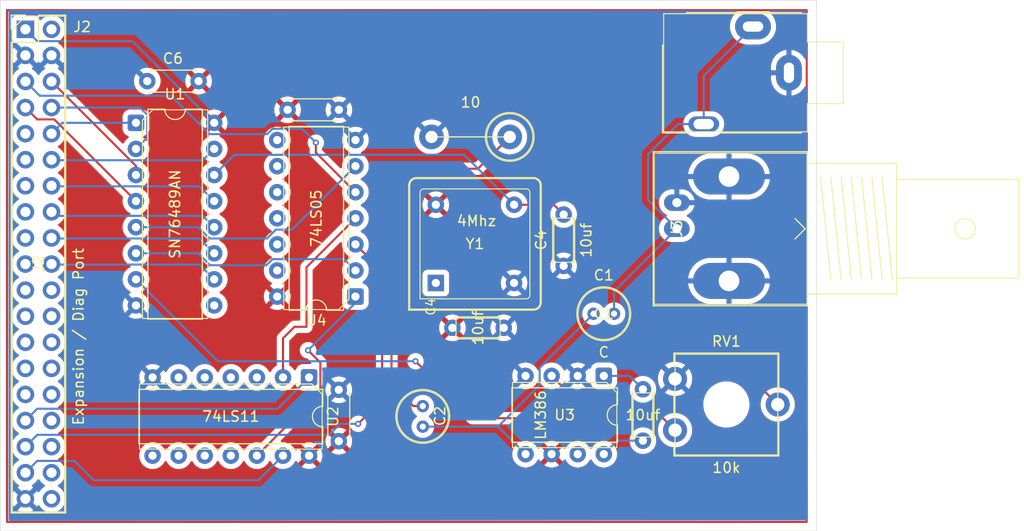
<source format=kicad_pcb>
(kicad_pcb (version 20241229) (generator "pcbnew") (generator_version "9.0")
  (layers (0 "F.Cu" signal) (2 "B.Cu" signal) (13 "F.Paste" user) (15 "B.Paste" user) (5 "F.SilkS" user "F.Silkscreen") (7 "B.SilkS" user "B.Silkscreen") (1 "F.Mask" user) (3 "B.Mask" user) (25 "Edge.Cuts" user))
  (net 0 "")
  (net 1 "Net-(J3-In)")
  (net 2 "Net-(C1-Pad1)")
  (net 3 "Net-(C2-Pad2)")
  (net 4 "Net-(C3-Pad2)")
  (net 5 "Net-(C3-Pad1)")
  (net 6 "Net-(U1-CLOCK)")
  (net 7 "GND")
  (net 8 "VCC")
  (net 9 "A0")
  (net 11 "IRQ")
  (net 12 "D7")
  (net 13 "D5")
  (net 14 "A13")
  (net 15 "A5")
  (net 16 "A10")
  (net 17 "Reset")
  (net 18 "PA4")
  (net 19 "D2")
  (net 20 "A6")
  (net 21 "A14")
  (net 22 "clock")
  (net 23 "RW")
  (net 24 "D4")
  (net 25 "A8")
  (net 26 "A11")
  (net 28 "D0")
  (net 29 "A15")
  (net 30 "PA5")
  (net 31 "A9")
  (net 32 "3.3v")
  (net 33 "A4")
  (net 34 "PA6")
  (net 35 "A3")
  (net 36 "D1")
  (net 37 "A2")
  (net 38 "D6")
  (net 39 "A12")
  (net 40 "D3")
  (net 41 "A1")
  (net 42 "A7")
  (net 43 "Net-(U1-AUDIO_OUT)")
  (net 44 "Net-(U3-+)")
  (net 45 "Net-(U1-~{CE})")
  (net 47 "Net-(U1-~{WE})")
  (net 54 "Net-(U2-Pad2)")
  (net 55 "Net-(U2-Pad12)")
  (footprint "Package_DIP:DIP-8_W7.62mm" (layer "F.Cu") (at 183.3372 94.239 -90)
    (property "Reference" "U3" (hide yes))
    (property "Value" "LM386" (at 3.805 6.1468 90) (layer "F.SilkS"))
    (fp_line (start 1.16 8.95) (end 6.46 8.95) (stroke (width 0.12)) (layer "F.SilkS"))
    (fp_line (start 6.46 8.95) (end 6.46 -1.33) (stroke (width 0.12)) (layer "F.SilkS"))
    (fp_line (start 0.635 8.89) (end 0.635 -0.27) (stroke (width 0.1)) (layer "F.SilkS"))
    (fp_line (start 6.985 8.89) (end 0.635 8.89) (stroke (width 0.1)) (layer "F.SilkS"))
    (fp_line (start 0.635 -0.27) (end 1.635 -1.27) (stroke (width 0.1)) (layer "F.SilkS"))
    (fp_line (start 1.635 -1.27) (end 6.985 -1.27) (stroke (width 0.1)) (layer "F.SilkS"))
    (fp_line (start 6.985 -1.27) (end 6.985 8.89) (stroke (width 0.1)) (layer "F.SilkS"))
    (fp_line (start 1.16 -1.33) (end 1.16 8.95) (stroke (width 0.12)) (layer "F.SilkS"))
    (fp_line (start 2.81 -1.33) (end 1.16 -1.33) (stroke (width 0.12)) (layer "F.SilkS"))
    (fp_line (start 6.46 -1.33) (end 4.81 -1.33) (stroke (width 0.12)) (layer "F.SilkS"))
    (fp_arc (start 4.81 -1.33) (mid 3.81 -0.33) (end 2.81 -1.33) (stroke (width 0.12)) (layer "F.SilkS"))
    (fp_text user "${REFERENCE}" (at 3.81 3.81 0) (layer "F.SilkS"))
    (pad "1" thru_hole roundrect (at 0 0 270) (size 1.6 1.6) (drill 0.8) (layers "*.Cu" "*.Mask") (roundrect_rratio 0.15625) (net 5 "Net-(C3-Pad1)"))
    (pad "2" thru_hole circle (at 0 2.54 270) (size 1.6 1.6) (drill 0.8) (layers "*.Cu" "*.Mask") (net 7 "GND"))
    (pad "3" thru_hole circle (at 0 5.08 270) (size 1.6 1.6) (drill 0.8) (layers "*.Cu" "*.Mask") (net 44 "Net-(U3-+)"))
    (pad "4" thru_hole circle (at 0 7.62 270) (size 1.6 1.6) (drill 0.8) (layers "*.Cu" "*.Mask") (net 7 "GND"))
    (pad "5" thru_hole circle (at 7.62 7.62 270) (size 1.6 1.6) (drill 0.8) (layers "*.Cu" "*.Mask") (net 2 "Net-(C1-Pad1)"))
    (pad "6" thru_hole circle (at 7.62 5.08 270) (size 1.6 1.6) (drill 0.8) (layers "*.Cu" "*.Mask") (net 8 "VCC"))
    (pad "7" thru_hole circle (at 7.62 2.54 270) (size 1.6 1.6) (drill 0.8) (layers "*.Cu" "*.Mask"))
    (pad "8" thru_hole circle (at 7.62 0 270) (size 1.6 1.6) (drill 0.8) (layers "*.Cu" "*.Mask") (net 4 "Net-(C3-Pad2)"))
  )
  (footprint "Oscillator:Oscillator_DIP-8" (layer "F.Cu") (at 166.9796 85.1916)
    (property "Reference" "Y1" (hide yes))
    (property "Value" "4Mhz" (at 3.9624 -6.0452 0) (layer "F.SilkS"))
    (fp_line (start -2.64 -9.51) (end -2.64 2.64) (stroke (width 0.12)) (layer "F.SilkS"))
    (fp_line (start -2.64 2.64) (end 9.51 2.64) (stroke (width 0.12)) (layer "F.SilkS"))
    (fp_line (start -2.54 2.54) (end -2.54 -9.51) (stroke (width 0.1)) (layer "F.SilkS"))
    (fp_line (start -2.54 2.54) (end 9.51 2.54) (stroke (width 0.1)) (layer "F.SilkS"))
    (fp_line (start -1.89 -10.16) (end 9.51 -10.16) (stroke (width 0.1)) (layer "F.SilkS"))
    (fp_line (start -1.54 1.54) (end -1.54 -8.81) (stroke (width 0.1)) (layer "F.SilkS"))
    (fp_line (start -1.54 1.54) (end 8.81 1.54) (stroke (width 0.1)) (layer "F.SilkS"))
    (fp_line (start -1.19 -9.16) (end 8.81 -9.16) (stroke (width 0.1)) (layer "F.SilkS"))
    (fp_line (start 9.16 1.19) (end 9.16 -8.81) (stroke (width 0.1)) (layer "F.SilkS"))
    (fp_line (start 9.51 -10.26) (end -1.89 -10.26) (stroke (width 0.12)) (layer "F.SilkS"))
    (fp_line (start 10.16 -9.51) (end 10.16 1.89) (stroke (width 0.1)) (layer "F.SilkS"))
    (fp_line (start 10.26 1.89) (end 10.26 -9.51) (stroke (width 0.12)) (layer "F.SilkS"))
    (fp_arc (start -2.64 -9.51) (mid -2.42033 -10.04033) (end -1.89 -10.26) (stroke (width 0.12)) (layer "F.SilkS"))
    (fp_arc (start -2.54 -9.51) (mid -2.349619 -9.969619) (end -1.89 -10.16) (stroke (width 0.1)) (layer "F.SilkS"))
    (fp_arc (start -1.54 -8.81) (mid -1.437487 -9.057487) (end -1.19 -9.16) (stroke (width 0.1)) (layer "F.SilkS"))
    (fp_arc (start 8.81 -9.16) (mid 9.057487 -9.057487) (end 9.16 -8.81) (stroke (width 0.1)) (layer "F.SilkS"))
    (fp_arc (start 9.16 1.19) (mid 9.057487 1.437487) (end 8.81 1.54) (stroke (width 0.1)) (layer "F.SilkS"))
    (fp_arc (start 9.51 -10.26) (mid 10.04033 -10.04033) (end 10.26 -9.51) (stroke (width 0.12)) (layer "F.SilkS"))
    (fp_arc (start 9.51 -10.16) (mid 9.969619 -9.969619) (end 10.16 -9.51) (stroke (width 0.1)) (layer "F.SilkS"))
    (fp_arc (start 10.16 1.89) (mid 9.969619 2.349619) (end 9.51 2.54) (stroke (width 0.1)) (layer "F.SilkS"))
    (fp_arc (start 10.26 1.89) (mid 10.04033 2.42033) (end 9.51 2.64) (stroke (width 0.12)) (layer "F.SilkS"))
    (fp_text user "${REFERENCE}" (at 3.81 -3.81 0) (layer "F.SilkS"))
    (pad "1" thru_hole rect (at 0 0) (size 1.6 1.6) (drill 0.8) (layers "*.Cu" "*.Mask"))
    (pad "4" thru_hole circle (at 7.62 0) (size 1.6 1.6) (drill 0.8) (layers "*.Cu" "*.Mask") (net 7 "GND"))
    (pad "5" thru_hole circle (at 7.62 -7.62) (size 1.6 1.6) (drill 0.8) (layers "*.Cu" "*.Mask") (net 6 "Net-(U1-CLOCK)"))
    (pad "8" thru_hole circle (at 0 -7.62) (size 1.6 1.6) (drill 0.8) (layers "*.Cu" "*.Mask") (net 8 "VCC"))
  )
  (footprint "Capacitor_THT:C_Disc_D4.3mm_W1.9mm_P5.00mm" (layer "F.Cu") (at 187.1472 95.544 -90)
    (property "Reference" "C3" (hide yes))
    (property "Value" "10uf" (at 2.5 0 180) (layer "F.SilkS"))
    (fp_line (start 0.23 1.07) (end 4.77 1.07) (stroke (width 0.12)) (layer "F.SilkS"))
    (fp_line (start 0.23 1.014) (end 0.23 1.07) (stroke (width 0.12)) (layer "F.SilkS"))
    (fp_line (start 4.77 1.014) (end 4.77 1.07) (stroke (width 0.12)) (layer "F.SilkS"))
    (fp_line (start 0.23 -1.07) (end 4.77 -1.07) (stroke (width 0.12)) (layer "F.SilkS"))
    (fp_rect (start 0.35 -0.95) (end 4.65 0.95) (stroke (width 0.1)) (fill no) (layer "F.SilkS"))
    (pad "1" thru_hole circle (at 0 0 270) (size 1.6 1.6) (drill 0.8) (layers "*.Cu" "*.Mask") (net 5 "Net-(C3-Pad1)"))
    (pad "2" thru_hole circle (at 5 0 270) (size 1.6 1.6) (drill 0.8) (layers "*.Cu" "*.Mask") (net 4 "Net-(C3-Pad2)"))
  )
  (footprint "Capacitor_THT:C_Radial_D5.0mm_H5.0mm_P2.00mm" (layer "F.Cu") (at 165.7096 99.1804 90)
    (property "Reference" "C2" (hide yes))
    (property "Value" "C" (hide yes))
    (fp_circle (center 1 0) (end 3.62 0) (stroke (width 0.12)) (fill no) (layer "F.SilkS"))
    (fp_circle (center 1 0) (end 3.5 0) (stroke (width 0.1)) (fill no) (layer "F.SilkS"))
    (fp_text user "${REFERENCE}" (at 1.0348 1.6764 90) (layer "F.SilkS"))
    (pad "1" thru_hole circle (at 0 0 90) (size 1.2 1.2) (drill 0.6) (layers "*.Cu" "*.Mask") (net 2 "Net-(C1-Pad1)"))
    (pad "2" thru_hole circle (at 2 0 90) (size 1.2 1.2) (drill 0.6) (layers "*.Cu" "*.Mask") (net 3 "Net-(C2-Pad2)"))
  )
  (footprint "Resistor_THT:R_Axial_DIN0414_L11.9mm_D4.5mm_P7.62mm_Vertical" (layer "F.Cu") (at 174.1762 70.9676 180)
    (property "Reference" "R1" (hide yes))
    (property "Value" "10" (at 3.81 3.37 0) (layer "F.SilkS"))
    (fp_line (start 2.37 0) (end 6.12 0) (stroke (width 0.12)) (layer "F.SilkS"))
    (fp_line (start 0 0) (end 7.62 0) (stroke (width 0.1)) (layer "F.SilkS"))
    (fp_circle (center 0 0) (end 2.37 0) (stroke (width 0.12)) (fill no) (layer "F.SilkS"))
    (fp_circle (center 0 0) (end 2.25 0) (stroke (width 0.1)) (fill no) (layer "F.SilkS"))
    (pad "1" thru_hole circle (at 0 0 180) (size 2.4 2.4) (drill 1.2) (layers "*.Cu" "*.Mask") (net 3 "Net-(C2-Pad2)"))
    (pad "2" thru_hole circle (at 7.62 0 180) (size 2.4 2.4) (drill 1.2) (layers "*.Cu" "*.Mask") (net 7 "GND"))
  )
  (footprint "Capacitor_THT:C_Radial_D5.0mm_H5.0mm_P2.00mm" (layer "F.Cu") (at 182.3372 88.1888)
    (property "Reference" "C1" (at 1 -3.75 0) (layer "F.SilkS"))
    (property "Value" "C" (at 1 3.75 0) (layer "F.SilkS"))
    (fp_circle (center 1 0) (end 3.5 0) (stroke (width 0.1)) (fill no) (layer "F.SilkS"))
    (fp_circle (center 1 0) (end 3.62 0) (stroke (width 0.12)) (fill no) (layer "F.SilkS"))
    (fp_text user "${REFERENCE}" (at 1 0 0) (layer "F.SilkS"))
    (pad "1" thru_hole circle (at 0 0) (size 1.2 1.2) (drill 0.6) (layers "*.Cu" "*.Mask") (net 2 "Net-(C1-Pad1)"))
    (pad "2" thru_hole circle (at 2 0) (size 1.2 1.2) (drill 0.6) (layers "*.Cu" "*.Mask") (net 1 "Net-(J3-In)"))
  )
  (footprint "Package_DIP:DIP-14_W7.62mm" (layer "F.Cu") (at 154.6352 94.3864 -90)
    (property "Reference" "U2" (at 3.81 -2.33 90) (layer "F.SilkS"))
    (property "Value" "74LS11" (at 3.805 7.62 180) (layer "F.SilkS"))
    (fp_line (start 1.16 16.57) (end 6.46 16.57) (stroke (width 0.12)) (layer "F.SilkS"))
    (fp_line (start 6.46 16.57) (end 6.46 -1.33) (stroke (width 0.12)) (layer "F.SilkS"))
    (fp_line (start 0.635 16.51) (end 0.635 -0.27) (stroke (width 0.1)) (layer "F.SilkS"))
    (fp_line (start 6.985 16.51) (end 0.635 16.51) (stroke (width 0.1)) (layer "F.SilkS"))
    (fp_line (start 0.635 -0.27) (end 1.635 -1.27) (stroke (width 0.1)) (layer "F.SilkS"))
    (fp_line (start 1.635 -1.27) (end 6.985 -1.27) (stroke (width 0.1)) (layer "F.SilkS"))
    (fp_line (start 6.985 -1.27) (end 6.985 16.51) (stroke (width 0.1)) (layer "F.SilkS"))
    (fp_line (start 1.16 -1.33) (end 1.16 16.57) (stroke (width 0.12)) (layer "F.SilkS"))
    (fp_line (start 2.81 -1.33) (end 1.16 -1.33) (stroke (width 0.12)) (layer "F.SilkS"))
    (fp_line (start 6.46 -1.33) (end 4.81 -1.33) (stroke (width 0.12)) (layer "F.SilkS"))
    (fp_arc (start 4.81 -1.33) (mid 3.81 -0.33) (end 2.81 -1.33) (stroke (width 0.12)) (layer "F.SilkS"))
    (pad "1" thru_hole roundrect (at 0 0 270) (size 1.6 1.6) (drill 0.8) (layers "*.Cu" "*.Mask") (roundrect_rratio 0.15625) (net 14 "A13"))
    (pad "2" thru_hole circle (at 0 2.54 270) (size 1.6 1.6) (drill 0.8) (layers "*.Cu" "*.Mask") (net 54 "Net-(U2-Pad2)"))
    (pad "3" thru_hole circle (at 0 5.08 270) (size 1.6 1.6) (drill 0.8) (layers "*.Cu" "*.Mask"))
    (pad "4" thru_hole circle (at 0 7.62 270) (size 1.6 1.6) (drill 0.8) (layers "*.Cu" "*.Mask"))
    (pad "5" thru_hole circle (at 0 10.16 270) (size 1.6 1.6) (drill 0.8) (layers "*.Cu" "*.Mask"))
    (pad "6" thru_hole circle (at 0 12.7 270) (size 1.6 1.6) (drill 0.8) (layers "*.Cu" "*.Mask"))
    (pad "7" thru_hole circle (at 0 15.24 270) (size 1.6 1.6) (drill 0.8) (layers "*.Cu" "*.Mask") (net 7 "GND"))
    (pad "8" thru_hole circle (at 7.62 15.24 270) (size 1.6 1.6) (drill 0.8) (layers "*.Cu" "*.Mask"))
    (pad "9" thru_hole circle (at 7.62 12.7 270) (size 1.6 1.6) (drill 0.8) (layers "*.Cu" "*.Mask"))
    (pad "10" thru_hole circle (at 7.62 10.16 270) (size 1.6 1.6) (drill 0.8) (layers "*.Cu" "*.Mask"))
    (pad "11" thru_hole circle (at 7.62 7.62 270) (size 1.6 1.6) (drill 0.8) (layers "*.Cu" "*.Mask"))
    (pad "12" thru_hole circle (at 7.62 5.08 270) (size 1.6 1.6) (drill 0.8) (layers "*.Cu" "*.Mask") (net 55 "Net-(U2-Pad12)"))
    (pad "13" thru_hole circle (at 7.62 2.54 270) (size 1.6 1.6) (drill 0.8) (layers "*.Cu" "*.Mask") (net 29 "A15"))
    (pad "14" thru_hole circle (at 7.62 0 270) (size 1.6 1.6) (drill 0.8) (layers "*.Cu" "*.Mask") (net 8 "VCC"))
  )
  (footprint "Package_DIP:DIP-14_W7.62mm" (layer "F.Cu") (at 159.1514 86.5124 180)
    (property "Reference" "U4" (at 3.81 -2.33 0) (layer "F.SilkS"))
    (property "Value" "74LS05" (at 3.805 7.62 90) (layer "F.SilkS"))
    (fp_line (start 6.985 16.51) (end 0.635 16.51) (stroke (width 0.1)) (layer "F.SilkS"))
    (fp_line (start 6.985 -1.27) (end 6.985 16.51) (stroke (width 0.1)) (layer "F.SilkS"))
    (fp_line (start 6.46 16.57) (end 6.46 -1.33) (stroke (width 0.12)) (layer "F.SilkS"))
    (fp_line (start 6.46 -1.33) (end 4.81 -1.33) (stroke (width 0.12)) (layer "F.SilkS"))
    (fp_line (start 2.81 -1.33) (end 1.16 -1.33) (stroke (width 0.12)) (layer "F.SilkS"))
    (fp_line (start 1.635 -1.27) (end 6.985 -1.27) (stroke (width 0.1)) (layer "F.SilkS"))
    (fp_line (start 1.16 16.57) (end 6.46 16.57) (stroke (width 0.12)) (layer "F.SilkS"))
    (fp_line (start 1.16 -1.33) (end 1.16 16.57) (stroke (width 0.12)) (layer "F.SilkS"))
    (fp_line (start 0.635 16.51) (end 0.635 -0.27) (stroke (width 0.1)) (layer "F.SilkS"))
    (fp_line (start 0.635 -0.27) (end 1.635 -1.27) (stroke (width 0.1)) (layer "F.SilkS"))
    (fp_arc (start 4.81 -1.33) (mid 3.81 -0.33) (end 2.81 -1.33) (stroke (width 0.12)) (layer "F.SilkS"))
    (pad "1" thru_hole roundrect (at 0 0 180) (size 1.6 1.6) (drill 0.8) (layers "*.Cu" "*.Mask") (roundrect_rratio 0.15625) (net 55 "Net-(U2-Pad12)"))
    (pad "2" thru_hole circle (at 0 2.54 180) (size 1.6 1.6) (drill 0.8) (layers "*.Cu" "*.Mask") (net 45 "Net-(U1-~{CE})"))
    (pad "3" thru_hole circle (at 0 5.08 180) (size 1.6 1.6) (drill 0.8) (layers "*.Cu" "*.Mask") (net 21 "A14"))
    (pad "4" thru_hole circle (at 0 7.62 180) (size 1.6 1.6) (drill 0.8) (layers "*.Cu" "*.Mask") (net 54 "Net-(U2-Pad2)"))
    (pad "5" thru_hole circle (at 0 10.16 180) (size 1.6 1.6) (drill 0.8) (layers "*.Cu" "*.Mask") (net 9 "A0"))
    (pad "6" thru_hole circle (at 0 12.7 180) (size 1.6 1.6) (drill 0.8) (layers "*.Cu" "*.Mask") (net 47 "Net-(U1-~{WE})"))
    (pad "7" thru_hole circle (at 0 15.24 180) (size 1.6 1.6) (drill 0.8) (layers "*.Cu" "*.Mask") (net 7 "GND"))
    (pad "8" thru_hole circle (at 7.62 15.24 180) (size 1.6 1.6) (drill 0.8) (layers "*.Cu" "*.Mask"))
    (pad "9" thru_hole circle (at 7.62 12.7 180) (size 1.6 1.6) (drill 0.8) (layers "*.Cu" "*.Mask"))
    (pad "10" thru_hole circle (at 7.62 10.16 180) (size 1.6 1.6) (drill 0.8) (layers "*.Cu" "*.Mask"))
    (pad "11" thru_hole circle (at 7.62 7.62 180) (size 1.6 1.6) (drill 0.8) (layers "*.Cu" "*.Mask"))
    (pad "12" thru_hole circle (at 7.62 5.08 180) (size 1.6 1.6) (drill 0.8) (layers "*.Cu" "*.Mask"))
    (pad "13" thru_hole circle (at 7.62 2.54 180) (size 1.6 1.6) (drill 0.8) (layers "*.Cu" "*.Mask"))
    (pad "14" thru_hole circle (at 7.62 0 180) (size 1.6 1.6) (drill 0.8) (layers "*.Cu" "*.Mask") (net 8 "VCC"))
  )
  (footprint "Package_DIP:DIP-16_W7.62mm" (layer "F.Cu") (at 137.7746 69.596)
    (property "Reference" "U1" (hide yes))
    (property "Value" "SN76489AN" (at 3.805 8.89 90) (layer "F.SilkS"))
    (fp_line (start 0.635 -0.27) (end 1.635 -1.27) (stroke (width 0.1)) (layer "F.SilkS"))
    (fp_line (start 0.635 19.05) (end 0.635 -0.27) (stroke (width 0.1)) (layer "F.SilkS"))
    (fp_line (start 1.16 -1.33) (end 1.16 19.11) (stroke (width 0.12)) (layer "F.SilkS"))
    (fp_line (start 1.16 19.11) (end 6.46 19.11) (stroke (width 0.12)) (layer "F.SilkS"))
    (fp_line (start 1.635 -1.27) (end 6.985 -1.27) (stroke (width 0.1)) (layer "F.SilkS"))
    (fp_line (start 2.81 -1.33) (end 1.16 -1.33) (stroke (width 0.12)) (layer "F.SilkS"))
    (fp_line (start 6.46 -1.33) (end 4.81 -1.33) (stroke (width 0.12)) (layer "F.SilkS"))
    (fp_line (start 6.46 19.11) (end 6.46 -1.33) (stroke (width 0.12)) (layer "F.SilkS"))
    (fp_line (start 6.985 -1.27) (end 6.985 19.05) (stroke (width 0.1)) (layer "F.SilkS"))
    (fp_line (start 6.985 19.05) (end 0.635 19.05) (stroke (width 0.1)) (layer "F.SilkS"))
    (fp_arc (start 4.81 -1.33) (mid 3.81 -0.33) (end 2.81 -1.33) (stroke (width 0.12)) (layer "F.SilkS"))
    (fp_text user "${REFERENCE}" (at 3.805 -2.794 180) (layer "F.SilkS"))
    (pad "1" thru_hole roundrect (at 0 0) (size 1.6 1.6) (drill 0.8) (layers "*.Cu" "*.Mask") (roundrect_rratio 0.15625) (net 19 "D2"))
    (pad "2" thru_hole circle (at 0 2.54) (size 1.6 1.6) (drill 0.8) (layers "*.Cu" "*.Mask") (net 36 "D1"))
    (pad "3" thru_hole circle (at 0 5.08) (size 1.6 1.6) (drill 0.8) (layers "*.Cu" "*.Mask") (net 28 "D0"))
    (pad "4" thru_hole circle (at 0 7.62) (size 1.6 1.6) (drill 0.8) (layers "*.Cu" "*.Mask") (net 41 "A1"))
    (pad "5" thru_hole circle (at 0 10.16) (size 1.6 1.6) (drill 0.8) (layers "*.Cu" "*.Mask") (net 47 "Net-(U1-~{WE})"))
    (pad "6" thru_hole circle (at 0 12.7) (size 1.6 1.6) (drill 0.8) (layers "*.Cu" "*.Mask") (net 45 "Net-(U1-~{CE})"))
    (pad "7" thru_hole circle (at 0 15.24) (size 1.6 1.6) (drill 0.8) (layers "*.Cu" "*.Mask") (net 43 "Net-(U1-AUDIO_OUT)"))
    (pad "8" thru_hole circle (at 0 17.78) (size 1.6 1.6) (drill 0.8) (layers "*.Cu" "*.Mask") (net 7 "GND"))
    (pad "9" thru_hole circle (at 7.62 17.78) (size 1.6 1.6) (drill 0.8) (layers "*.Cu" "*.Mask"))
    (pad "10" thru_hole circle (at 7.62 15.24) (size 1.6 1.6) (drill 0.8) (layers "*.Cu" "*.Mask") (net 12 "D7"))
    (pad "11" thru_hole circle (at 7.62 12.7) (size 1.6 1.6) (drill 0.8) (layers "*.Cu" "*.Mask") (net 38 "D6"))
    (pad "12" thru_hole circle (at 7.62 10.16) (size 1.6 1.6) (drill 0.8) (layers "*.Cu" "*.Mask") (net 13 "D5"))
    (pad "13" thru_hole circle (at 7.62 7.62) (size 1.6 1.6) (drill 0.8) (layers "*.Cu" "*.Mask") (net 24 "D4"))
    (pad "14" thru_hole circle (at 7.62 5.08) (size 1.6 1.6) (drill 0.8) (layers "*.Cu" "*.Mask") (net 6 "Net-(U1-CLOCK)"))
    (pad "15" thru_hole circle (at 7.62 2.54) (size 1.6 1.6) (drill 0.8) (layers "*.Cu" "*.Mask") (net 40 "D3"))
    (pad "16" thru_hole circle (at 7.62 0) (size 1.6 1.6) (drill 0.8) (layers "*.Cu" "*.Mask") (net 8 "VCC"))
  )
  (footprint "Connector_PinHeader_2.54mm:PinHeader_2x19_P2.54mm_Vertical" (layer "F.Cu") (at 127.0128 60.4876)
    (property "Reference" "J2" (at 5.5244 -0.2388 0) (layer "F.SilkS"))
    (property "Value" "Expansion / Diag Port" (at 5.1688 29.9364 90) (layer "F.SilkS"))
    (fp_line (start -1.38 -1.38) (end 0 -1.38) (stroke (width 0.12)) (layer "F.SilkS"))
    (fp_line (start -1.38 0) (end -1.38 -1.38) (stroke (width 0.12)) (layer "F.SilkS"))
    (fp_line (start -1.38 1.27) (end -1.38 47.1) (stroke (width 0.12)) (layer "F.SilkS"))
    (fp_line (start -1.38 1.27) (end 1.27 1.27) (stroke (width 0.12)) (layer "F.SilkS"))
    (fp_line (start -1.38 47.1) (end 3.92 47.1) (stroke (width 0.12)) (layer "F.SilkS"))
    (fp_line (start -1.27 0) (end 0 -1.27) (stroke (width 0.1)) (layer "F.SilkS"))
    (fp_line (start -1.27 46.99) (end -1.27 0) (stroke (width 0.1)) (layer "F.SilkS"))
    (fp_line (start 0 -1.27) (end 3.81 -1.27) (stroke (width 0.1)) (layer "F.SilkS"))
    (fp_line (start 1.27 -1.38) (end 3.92 -1.38) (stroke (width 0.12)) (layer "F.SilkS"))
    (fp_line (start 1.27 1.27) (end 1.27 -1.38) (stroke (width 0.12)) (layer "F.SilkS"))
    (fp_line (start 3.81 -1.27) (end 3.81 46.99) (stroke (width 0.1)) (layer "F.SilkS"))
    (fp_line (start 3.81 46.99) (end -1.27 46.99) (stroke (width 0.1)) (layer "F.SilkS"))
    (fp_line (start 3.92 -1.38) (end 3.92 47.1) (stroke (width 0.12)) (layer "F.SilkS"))
    (fp_text user "${REFERENCE}" (at 1.27 22.86 90) (layer "F.SilkS"))
    (pad "1" thru_hole rect (at 0 0) (size 1.7 1.7) (drill 1) (layers "*.Cu" "*.Mask") (net 8 "VCC"))
    (pad "2" thru_hole circle (at 2.54 0) (size 1.7 1.7) (drill 1) (layers "*.Cu" "*.Mask") (net 32 "3.3v"))
    (pad "3" thru_hole circle (at 0 2.54) (size 1.7 1.7) (drill 1) (layers "*.Cu" "*.Mask") (net 7 "GND"))
    (pad "4" thru_hole circle (at 2.54 2.54) (size 1.7 1.7) (drill 1) (layers "*.Cu" "*.Mask") (net 7 "GND"))
    (pad "5" thru_hole circle (at 0 5.08) (size 1.7 1.7) (drill 1) (layers "*.Cu" "*.Mask") (net 9 "A0"))
    (pad "6" thru_hole circle (at 2.54 5.08) (size 1.7 1.7) (drill 1) (layers "*.Cu" "*.Mask") (net 28 "D0"))
    (pad "7" thru_hole circle (at 0 7.62) (size 1.7 1.7) (drill 1) (layers "*.Cu" "*.Mask") (net 41 "A1"))
    (pad "8" thru_hole circle (at 2.54 7.62) (size 1.7 1.7) (drill 1) (layers "*.Cu" "*.Mask") (net 36 "D1"))
    (pad "9" thru_hole circle (at 0 10.16) (size 1.7 1.7) (drill 1) (layers "*.Cu" "*.Mask") (net 37 "A2"))
    (pad "10" thru_hole circle (at 2.54 10.16) (size 1.7 1.7) (drill 1) (layers "*.Cu" "*.Mask") (net 19 "D2"))
    (pad "11" thru_hole circle (at 0 12.7) (size 1.7 1.7) (drill 1) (layers "*.Cu" "*.Mask") (net 35 "A3"))
    (pad "12" thru_hole circle (at 2.54 12.7) (size 1.7 1.7) (drill 1) (layers "*.Cu" "*.Mask") (net 40 "D3"))
    (pad "13" thru_hole circle (at 0 15.24) (size 1.7 1.7) (drill 1) (layers "*.Cu" "*.Mask") (net 33 "A4"))
    (pad "14" thru_hole circle (at 2.54 15.24) (size 1.7 1.7) (drill 1) (layers "*.Cu" "*.Mask") (net 24 "D4"))
    (pad "15" thru_hole circle (at 0 17.78) (size 1.7 1.7) (drill 1) (layers "*.Cu" "*.Mask") (net 15 "A5"))
    (pad "16" thru_hole circle (at 2.54 17.78) (size 1.7 1.7) (drill 1) (layers "*.Cu" "*.Mask") (net 13 "D5"))
    (pad "17" thru_hole circle (at 0 20.32) (size 1.7 1.7) (drill 1) (layers "*.Cu" "*.Mask") (net 20 "A6"))
    (pad "18" thru_hole circle (at 2.54 20.32) (size 1.7 1.7) (drill 1) (layers "*.Cu" "*.Mask") (net 38 "D6"))
    (pad "19" thru_hole circle (at 0 22.86) (size 1.7 1.7) (drill 1) (layers "*.Cu" "*.Mask") (net 42 "A7"))
    (pad "20" thru_hole circle (at 2.54 22.86) (size 1.7 1.7) (drill 1) (layers "*.Cu" "*.Mask") (net 12 "D7"))
    (pad "21" thru_hole circle (at 0 25.4) (size 1.7 1.7) (drill 1) (layers "*.Cu" "*.Mask") (net 25 "A8"))
    (pad "22" thru_hole circle (at 2.54 25.4) (size 1.7 1.7) (drill 1) (layers "*.Cu" "*.Mask") (net 18 "PA4"))
    (pad "23" thru_hole circle (at 0 27.94) (size 1.7 1.7) (drill 1) (layers "*.Cu" "*.Mask") (net 31 "A9"))
    (pad "24" thru_hole circle (at 2.54 27.94) (size 1.7 1.7) (drill 1) (layers "*.Cu" "*.Mask") (net 30 "PA5"))
    (pad "25" thru_hole circle (at 0 30.48) (size 1.7 1.7) (drill 1) (layers "*.Cu" "*.Mask") (net 16 "A10"))
    (pad "26" thru_hole circle (at 2.54 30.48) (size 1.7 1.7) (drill 1) (layers "*.Cu" "*.Mask") (net 34 "PA6"))
    (pad "27" thru_hole circle (at 0 33.02) (size 1.7 1.7) (drill 1) (layers "*.Cu" "*.Mask") (net 26 "A11"))
    (pad "28" thru_hole circle (at 2.54 33.02) (size 1.7 1.7) (drill 1) (layers "*.Cu" "*.Mask") (net 17 "Reset"))
    (pad "29" thru_hole circle (at 0 35.56) (size 1.7 1.7) (drill 1) (layers "*.Cu" "*.Mask") (net 39 "A12"))
    (pad "30" thru_hole circle (at 2.54 35.56) (size 1.7 1.7) (drill 1) (layers "*.Cu" "*.Mask") (net 11 "IRQ"))
    (pad "31" thru_hole circle (at 0 38.1) (size 1.7 1.7) (drill 1) (layers "*.Cu" "*.Mask") (net 14 "A13"))
    (pad "32" thru_hole circle (at 2.54 38.1) (size 1.7 1.7) (drill 1) (layers "*.Cu" "*.Mask") (net 23 "RW"))
    (pad "33" thru_hole circle (at 0 40.64) (size 1.7 1.7) (drill 1) (layers "*.Cu" "*.Mask") (net 21 "A14"))
    (pad "34" thru_hole circle (at 2.54 40.64) (size 1.7 1.7) (drill 1) (layers "*.Cu" "*.Mask"))
    (pad "35" thru_hole circle (at 0 43.18) (size 1.7 1.7) (drill 1) (layers "*.Cu" "*.Mask") (net 29 "A15"))
    (pad "36" thru_hole circle (at 2.54 43.18) (size 1.7 1.7) (drill 1) (layers "*.Cu" "*.Mask") (net 22 "clock"))
    (pad "37" thru_hole circle (at 0 45.72) (size 1.7 1.7) (drill 1) (layers "*.Cu" "*.Mask") (net 7 "GND"))
    (pad "38" thru_hole circle (at 2.54 45.72) (size 1.7 1.7) (drill 1) (layers "*.Cu" "*.Mask"))
  )
  (footprint "Capacitor_THT:C_Disc_D4.3mm_W1.9mm_P5.00mm" (layer "F.Cu") (at 173.5944 89.5604 180)
    (property "Reference" "C5" (hide yes))
    (property "Value" "10uf" (at 2.5 0 90) (layer "F.SilkS"))
    (fp_line (start 4.77 1.014) (end 4.77 1.07) (stroke (width 0.12)) (layer "F.SilkS"))
    (fp_line (start 0.23 1.07) (end 4.77 1.07) (stroke (width 0.12)) (layer "F.SilkS"))
    (fp_line (start 0.23 1.014) (end 0.23 1.07) (stroke (width 0.12)) (layer "F.SilkS"))
    (fp_line (start 0.23 -1.07) (end 4.77 -1.07) (stroke (width 0.12)) (layer "F.SilkS"))
    (fp_rect (start 0.35 -0.95) (end 4.65 0.95) (stroke (width 0.1)) (fill no) (layer "F.SilkS"))
    (pad "1" thru_hole circle (at 0 0 180) (size 1.6 1.6) (drill 0.8) (layers "*.Cu" "*.Mask") (net 7 "GND"))
    (pad "2" thru_hole circle (at 5 0 180) (size 1.6 1.6) (drill 0.8) (layers "*.Cu" "*.Mask") (net 8 "VCC"))
  )
  (footprint "Capacitor_THT:C_Disc_D4.3mm_W1.9mm_P5.00mm" (layer "F.Cu") (at 157.5308 95.5948 -90)
    (property "Reference" "C7" (hide yes))
    (property "Value" "10uf" (hide yes))
    (fp_line (start 0.23 1.07) (end 4.77 1.07) (stroke (width 0.12)) (layer "F.SilkS"))
    (fp_line (start 0.23 1.014) (end 0.23 1.07) (stroke (width 0.12)) (layer "F.SilkS"))
    (fp_line (start 4.77 1.014) (end 4.77 1.07) (stroke (width 0.12)) (layer "F.SilkS"))
    (fp_line (start 0.23 -1.07) (end 4.77 -1.07) (stroke (width 0.12)) (layer "F.SilkS"))
    (pad "1" thru_hole circle (at 0 0 270) (size 1.6 1.6) (drill 0.8) (layers "*.Cu" "*.Mask") (net 7 "GND"))
    (pad "2" thru_hole circle (at 5 0 270) (size 1.6 1.6) (drill 0.8) (layers "*.Cu" "*.Mask") (net 8 "VCC"))
  )
  (footprint "Capacitor_THT:C_Disc_D4.3mm_W1.9mm_P5.00mm" (layer "F.Cu") (at 138.8764 65.532)
    (property "Reference" "C6" (at 2.5 -2.2 0) (layer "F.SilkS"))
    (property "Value" "10uf")
    (fp_line (start 0.23 -1.07) (end 4.77 -1.07) (stroke (width 0.12)) (layer "F.SilkS"))
    (fp_line (start 0.23 1.014) (end 0.23 1.07) (stroke (width 0.12)) (layer "F.SilkS"))
    (fp_line (start 0.23 1.07) (end 4.77 1.07) (stroke (width 0.12)) (layer "F.SilkS"))
    (fp_line (start 4.77 1.014) (end 4.77 1.07) (stroke (width 0.12)) (layer "F.SilkS"))
    (pad "1" thru_hole circle (at 0 0) (size 1.6 1.6) (drill 0.8) (layers "*.Cu" "*.Mask") (net 7 "GND"))
    (pad "2" thru_hole circle (at 5 0) (size 1.6 1.6) (drill 0.8) (layers "*.Cu" "*.Mask") (net 8 "VCC"))
  )
  (footprint "Connector_Audio:Jack_3.5mm_CUI_SJ1-3513N_Horizontal" (layer "F.Cu") (at 201.3668 64.7192 180)
    (property "Reference" "J1" (hide yes))
    (property "Value" "AudioJack3" (hide yes))
    (fp_line (start 12.31 -5.86) (end 12.31 2.7) (stroke (width 0.12)) (layer "F.SilkS"))
    (fp_line (start 12.31 -5.86) (end 9.8 -5.86) (stroke (width 0.12)) (layer "F.SilkS"))
    (fp_line (start 12.2 5.75) (end -1.8 5.75) (stroke (width 0.1)) (layer "F.SilkS"))
    (fp_line (start 12.2 -5.75) (end 12.2 5.75) (stroke (width 0.1)) (layer "F.SilkS"))
    (fp_line (start 12.2 -5.75) (end -1.8 -5.75) (stroke (width 0.1)) (layer "F.SilkS"))
    (fp_line (start 10 5.86) (end -1.2192 5.86) (stroke (width 0.12)) (layer "F.SilkS"))
    (fp_line (start 6.8 -5.86) (end -1.2192 -5.86) (stroke (width 0.12)) (layer "F.SilkS"))
    (fp_line (start -1.8 5.75) (end -1.8 3) (stroke (width 0.1)) (layer "F.SilkS"))
    (fp_line (start -1.8 3) (end -5.3 3) (stroke (width 0.1)) (layer "F.SilkS"))
    (fp_line (start -1.8 -3) (end -5.3 -3) (stroke (width 0.1)) (layer "F.SilkS"))
    (fp_line (start -1.8 -5.75) (end -1.8 -3) (stroke (width 0.1)) (layer "F.SilkS"))
    (fp_line (start -5.3 -3) (end -5.3 3) (stroke (width 0.1)) (layer "F.SilkS"))
    (pad "R" thru_hole oval (at 8.3 -5 180) (size 3 1.5) (drill oval 2 1) (layers "*.Cu" "*.Mask") (net 1 "Net-(J3-In)"))
    (pad "S" thru_hole oval (at 0 0 90) (size 3.5 2.5) (drill oval 2 1) (layers "*.Cu" "*.Mask") (net 7 "GND"))
    (pad "T" thru_hole oval (at 3.5 4.5 180) (size 3.5 2.5) (drill oval 2 1) (layers "*.Cu" "*.Mask") (net 1 "Net-(J3-In)"))
  )
  (footprint "Capacitor_THT:C_Disc_D4.3mm_W1.9mm_P5.00mm" (layer "F.Cu") (at 157.5416 68.326 180)
    (property "Reference" "C8" (hide yes))
    (property "Value" "10uf")
    (fp_line (start 4.77 1.014) (end 4.77 1.07) (stroke (width 0.12)) (layer "F.SilkS"))
    (fp_line (start 0.23 1.07) (end 4.77 1.07) (stroke (width 0.12)) (layer "F.SilkS"))
    (fp_line (start 0.23 1.014) (end 0.23 1.07) (stroke (width 0.12)) (layer "F.SilkS"))
    (fp_line (start 0.23 -1.07) (end 4.77 -1.07) (stroke (width 0.12)) (layer "F.SilkS"))
    (pad "1" thru_hole circle (at 0 0 180) (size 1.6 1.6) (drill 0.8) (layers "*.Cu" "*.Mask") (net 7 "GND"))
    (pad "2" thru_hole circle (at 5 0 180) (size 1.6 1.6) (drill 0.8) (layers "*.Cu" "*.Mask") (net 8 "VCC"))
  )
  (footprint "Potentiometer_THT:Potentiometer_ACP_CA9-V10_Vertical_Hole" (layer "F.Cu") (at 190.2752 99.528)
    (property "Reference" "RV1" (at 5 -8.65 0) (layer "F.SilkS"))
    (property "Value" "10k" (at 5 3.65 0) (layer "F.SilkS"))
    (fp_line (start -0.11 -7.51) (end -0.11 -6.396) (stroke (width 0.12)) (layer "F.SilkS"))
    (fp_line (start -0.11 -7.51) (end 10.11 -7.51) (stroke (width 0.12)) (layer "F.SilkS"))
    (fp_line (start -0.11 -3.604) (end -0.11 -1.396) (stroke (width 0.12)) (layer "F.SilkS"))
    (fp_line (start -0.11 1.396) (end -0.11 2.51) (stroke (width 0.12)) (layer "F.SilkS"))
    (fp_line (start -0.11 2.51) (end 10.11 2.51) (stroke (width 0.12)) (layer "F.SilkS"))
    (fp_line (start 10.11 -7.51) (end 10.11 -3.896) (stroke (width 0.12)) (layer "F.SilkS"))
    (fp_line (start 10.11 -1.104) (end 10.11 2.51) (stroke (width 0.12)) (layer "F.SilkS"))
    (fp_rect (start 0 -7.4) (end 10 2.4) (stroke (width 0.1)) (fill no) (layer "F.SilkS"))
    (pad "" np_thru_hole circle (at 5 -2.5) (size 4 4) (drill 4) (layers "*.Cu" "*.Mask"))
    (pad "1" thru_hole circle (at 0 0) (size 2.34 2.34) (drill 1.3) (layers "*.Cu" "*.Mask") (net 43 "Net-(U1-AUDIO_OUT)"))
    (pad "2" thru_hole circle (at 10 -2.5) (size 2.34 2.34) (drill 1.3) (layers "*.Cu" "*.Mask") (net 44 "Net-(U3-+)"))
    (pad "3" thru_hole circle (at 0 -5) (size 2.34 2.34) (drill 1.3) (layers "*.Cu" "*.Mask") (net 7 "GND"))
  )
  (footprint "Capacitor_THT:C_Disc_D4.3mm_W1.9mm_P5.00mm" (layer "F.Cu") (at 179.4256 83.526 90)
    (property "Reference" "C4" (at 2.5 -2.2 90) (layer "F.SilkS"))
    (property "Value" "10uf" (at 2.5 2.2 90) (layer "F.SilkS"))
    (fp_line (start 0.23 -1.07) (end 4.77 -1.07) (stroke (width 0.12)) (layer "F.SilkS"))
    (fp_line (start 4.77 1.014) (end 4.77 1.07) (stroke (width 0.12)) (layer "F.SilkS"))
    (fp_line (start 0.23 1.014) (end 0.23 1.07) (stroke (width 0.12)) (layer "F.SilkS"))
    (fp_line (start 0.23 1.07) (end 4.77 1.07) (stroke (width 0.12)) (layer "F.SilkS"))
    (fp_rect (start 0.35 -0.95) (end 4.65 0.95) (stroke (width 0.1)) (fill no) (layer "F.SilkS"))
    (fp_text user "${REFERENCE}" (at -4.0012 -12.9392 90) (layer "F.SilkS") (effects (font (size 0.86 0.86) (thickness 0.129))))
    (pad "1" thru_hole circle (at 0 0 90) (size 1.6 1.6) (drill 0.8) (layers "*.Cu" "*.Mask") (net 7 "GND"))
    (pad "2" thru_hole circle (at 5 0 90) (size 1.6 1.6) (drill 0.8) (layers "*.Cu" "*.Mask") (net 6 "Net-(U1-CLOCK)"))
  )
  (footprint "Connector_Coaxial:BNC_Amphenol_B6252HB-NPP3G-50_Horizontal" (layer "F.Cu") (at 190.4492 79.9084 -90)
    (property "Reference" "J3" (hide yes))
    (property "Value" "Conn_Coaxial" (hide yes))
    (fp_line (start -7.5 2.3) (end -7.5 -12.7) (stroke (width 0.12)) (layer "F.SilkS"))
    (fp_line (start 7.5 2.3) (end -7.5 2.3) (stroke (width 0.12)) (layer "F.SilkS"))
    (fp_line (start -7.35 2.2) (end 7.35 2.2) (stroke (width 0.1)) (layer "F.SilkS"))
    (fp_line (start 7.35 2.2) (end 7.35 -12.7) (stroke (width 0.1)) (layer "F.SilkS"))
    (fp_line (start 0 -12.5) (end -1 -11.5) (stroke (width 0.12)) (layer "F.SilkS"))
    (fp_line (start 0 -12.5) (end 1 -11.5) (stroke (width 0.12)) (layer "F.SilkS"))
    (fp_line (start -7.5 -12.7) (end 7.5 -12.7) (stroke (width 0.12)) (layer "F.SilkS"))
    (fp_line (start -7.35 -12.7) (end -7.35 2.2) (stroke (width 0.1)) (layer "F.SilkS"))
    (fp_line (start 6.35 -12.7) (end 6.35 -21.4) (stroke (width 0.1)) (layer "F.SilkS"))
    (fp_line (start 7.35 -12.7) (end -7.35 -12.7) (stroke (width 0.1)) (layer "F.SilkS"))
    (fp_line (start 7.5 -12.7) (end 7.5 2.3) (stroke (width 0.12)) (layer "F.SilkS"))
    (fp_line (start -5 -14) (end 5 -15) (stroke (width 0.1)) (layer "F.SilkS"))
    (fp_line (start -5 -15) (end 5 -16) (stroke (width 0.1)) (layer "F.SilkS"))
    (fp_line (start -5 -16) (end 5 -17) (stroke (width 0.1)) (layer "F.SilkS"))
    (fp_line (start -5 -17) (end 5 -18) (stroke (width 0.1)) (layer "F.SilkS"))
    (fp_line (start -5 -18) (end 5 -19) (stroke (width 0.1)) (layer "F.SilkS"))
    (fp_line (start -5 -19) (end 5 -20) (stroke (width 0.1)) (layer "F.SilkS"))
    (fp_line (start -5 -20) (end 5 -21) (stroke (width 0.1)) (layer "F.SilkS"))
    (fp_line (start -6.35 -21.4) (end -6.35 -12.7) (stroke (width 0.1)) (layer "F.SilkS"))
    (fp_line (start 4.8 -21.4) (end 4.8 -33.3) (stroke (width 0.1)) (layer "F.SilkS"))
    (fp_line (start 6.35 -21.4) (end -6.35 -21.4) (stroke (width 0.1)) (layer "F.SilkS"))
    (fp_line (start -4.8 -33.3) (end -4.8 -21.4) (stroke (width 0.1)) (layer "F.SilkS"))
    (fp_line (start 4.8 -33.3) (end -4.8 -33.3) (stroke (width 0.1)) (layer "F.SilkS"))
    (fp_circle (center 0 -28.07) (end 1 -28.07) (stroke (width 0.1)) (fill no) (layer "F.SilkS"))
    (fp_text user "${REFERENCE}" (at 0 0 90) (layer "F.SilkS"))
    (pad "1" thru_hole oval (at 0 0 270) (size 1.6 2.5) (drill 0.89) (layers "*.Cu" "*.Mask") (net 1 "Net-(J3-In)"))
    (pad "2" thru_hole oval (at -5.08 -5.08 270) (size 3.5 7) (drill 2.01) (layers "*.Cu" "*.Mask") (net 7 "GND"))
    (pad "2" thru_hole oval (at -2.54 0 270) (size 1.6 2.5) (drill 0.89) (layers "*.Cu" "*.Mask") (net 7 "GND"))
    (pad "2" thru_hole oval (at 5.08 -5.08 270) (size 3.5 7) (drill 2.01) (layers "*.Cu" "*.Mask") (net 7 "GND"))
  )
  (gr_rect (start 125.222 58.6232) (end 203.0984 108.458) (stroke (width 0.2)) (fill no) (layer "F.Cu"))
  (gr_rect (start 124.5616 57.658) (end 204.0636 109.3216) (stroke (width 0.05)) (fill no) (layer "Edge.Cuts"))
  (segment (start 187.6552 77.1144) (end 187.6552 72.644) (width 0.2) (layer "B.Cu") (net 1))
  (segment (start 190.4492 79.9084) (end 187.6552 77.1144) (width 0.2) (layer "B.Cu") (net 1))
  (segment (start 190.58 69.7192) (end 193.0668 69.7192) (width 0.2) (layer "B.Cu") (net 1))
  (segment (start 184.3372 88.1888) (end 184.3372 86.0204) (width 0.2) (layer "B.Cu") (net 1))
  (segment (start 193.0668 69.7192) (end 193.0668 65.0192) (width 0.2) (layer "B.Cu") (net 1))
  (segment (start 187.6552 72.644) (end 190.58 69.7192) (width 0.2) (layer "B.Cu") (net 1))
  (segment (start 193.0668 65.0192) (end 197.8668 60.2192) (width 0.2) (layer "B.Cu") (net 1))
  (segment (start 184.3372 86.0204) (end 190.4492 79.9084) (width 0.2) (layer "B.Cu") (net 1))
  (segment (start 173.0386 99.1804) (end 175.7172 101.859) (width 0.2) (layer "B.Cu") (net 2))
  (segment (start 177.0888 95.1302) (end 177.0888 93.4372) (width 0.2) (layer "B.Cu") (net 2))
  (segment (start 177.0888 93.4372) (end 182.3372 88.1888) (width 0.2) (layer "B.Cu") (net 2))
  (segment (start 173.0386 99.1804) (end 177.0888 95.1302) (width 0.2) (layer "B.Cu") (net 2))
  (segment (start 165.7096 99.1804) (end 173.0386 99.1804) (width 0.2) (layer "B.Cu") (net 2))
  (segment (start 161.544 82.3976) (end 162.6616 83.5152) (width 0.2) (layer "F.Cu") (net 3))
  (segment (start 174.1762 70.9676) (end 171.0774 74.0664) (width 0.2) (layer "F.Cu") (net 3))
  (segment (start 161.798 76.2508) (end 161.544 76.2508) (width 0.2) (layer "F.Cu") (net 3))
  (segment (start 164.7952 97.1804) (end 165.7096 97.1804) (width 0.2) (layer "F.Cu") (net 3))
  (segment (start 171.0774 74.0664) (end 163.9824 74.0664) (width 0.2) (layer "F.Cu") (net 3))
  (segment (start 163.9824 74.0664) (end 161.798 76.2508) (width 0.2) (layer "F.Cu") (net 3))
  (segment (start 161.544 76.2508) (end 161.544 82.3976) (width 0.2) (layer "F.Cu") (net 3))
  (segment (start 162.6616 83.5152) (end 162.6616 95.0468) (width 0.2) (layer "F.Cu") (net 3))
  (segment (start 162.6616 95.0468) (end 164.7952 97.1804) (width 0.2) (layer "F.Cu") (net 3))
  (segment (start 187.1472 100.544) (end 184.6522 100.544) (width 0.2) (layer "B.Cu") (net 4))
  (segment (start 184.6522 100.544) (end 183.3372 101.859) (width 0.2) (layer "B.Cu") (net 4))
  (segment (start 185.8422 94.239) (end 187.1472 95.544) (width 0.2) (layer "B.Cu") (net 5))
  (segment (start 183.3372 94.239) (end 185.8422 94.239) (width 0.2) (layer "B.Cu") (net 5))
  (segment (start 178.4712 77.5716) (end 179.4256 78.526) (width 0.2) (layer "F.Cu") (net 6))
  (segment (start 174.5996 77.5716) (end 178.4712 77.5716) (width 0.2) (layer "F.Cu") (net 6))
  (segment (start 147.3592 72.7114) (end 169.7394 72.7114) (width 0.2) (layer "B.Cu") (net 6))
  (segment (start 169.7394 72.7114) (end 174.5996 77.5716) (width 0.2) (layer "B.Cu") (net 6))
  (segment (start 145.3946 74.676) (end 147.3592 72.7114) (width 0.2) (layer "B.Cu") (net 6))
  (segment (start 137.4372 61.6386) (end 145.3946 69.596) (width 0.2) (layer "B.Cu") (net 8))
  (segment (start 127.0128 60.4876) (end 128.1638 61.6386) (width 0.2) (layer "B.Cu") (net 8))
  (segment (start 128.1638 61.6386) (end 137.4372 61.6386) (width 0.2) (layer "B.Cu") (net 8))
  (segment (start 155.2956 72.4966) (end 159.1514 76.3524) (width 0.2) (layer "F.Cu") (net 9))
  (segment (start 155.2956 71.5264) (end 155.2956 72.4966) (width 0.2) (layer "F.Cu") (net 9))
  (via (at 155.2956 71.5264) (size 0.6) (drill 0.3) (layers "F.Cu" "B.Cu") (net 9))
  (segment (start 144.93855 70.697) (end 150.54975 70.697) (width 0.2) (layer "B.Cu") (net 9))
  (segment (start 128.4018 66.9566) (end 141.19815 66.9566) (width 0.2) (layer "B.Cu") (net 9))
  (segment (start 141.19815 66.9566) (end 144.93855 70.697) (width 0.2) (layer "B.Cu") (net 9))
  (segment (start 151.07535 70.1714) (end 153.9406 70.1714) (width 0.2) (layer "B.Cu") (net 9))
  (segment (start 153.9406 70.1714) (end 155.2956 71.5264) (width 0.2) (layer "B.Cu") (net 9))
  (segment (start 127.0128 65.5676) (end 128.4018 66.9566) (width 0.2) (layer "B.Cu") (net 9))
  (segment (start 150.54975 70.697) (end 151.07535 70.1714) (width 0.2) (layer "B.Cu") (net 9))
  (segment (start 143.9556 83.397) (end 145.3946 84.836) (width 0.2) (layer "B.Cu") (net 12))
  (segment (start 129.5528 83.3476) (end 129.6022 83.397) (width 0.2) (layer "B.Cu") (net 12))
  (segment (start 129.6022 83.397) (end 143.9556 83.397) (width 0.2) (layer "B.Cu") (net 12))
  (segment (start 129.5528 78.2676) (end 129.9402 78.655) (width 0.2) (layer "B.Cu") (net 13))
  (segment (start 129.9402 78.655) (end 144.2936 78.655) (width 0.2) (layer "B.Cu") (net 13))
  (segment (start 144.2936 78.655) (end 145.3946 79.756) (width 0.2) (layer "B.Cu") (net 13))
  (segment (start 127.0128 98.5876) (end 128.1638 97.4366) (width 0.2) (layer "B.Cu") (net 14))
  (segment (start 127.0128 98.59) (end 126.8476 98.7552) (width 0.2) (layer "B.Cu") (net 14))
  (segment (start 151.585 97.4366) (end 154.6352 94.3864) (width 0.2) (layer "B.Cu") (net 14))
  (segment (start 128.1638 97.4366) (end 151.585 97.4366) (width 0.2) (layer "B.Cu") (net 14))
  (segment (start 127.0128 98.5876) (end 127.0128 98.59) (width 0.2) (layer "B.Cu") (net 14))
  (segment (start 130.6044 69.596) (end 137.7746 69.596) (width 0.2) (layer "B.Cu") (net 19))
  (segment (start 129.5528 70.6476) (end 130.6044 69.596) (width 0.2) (layer "B.Cu") (net 19))
  (segment (start 161.3358 83.6168) (end 159.1514 81.4324) (width 0.2) (layer "F.Cu") (net 21))
  (segment (start 161.7472 96.5708) (end 161.7472 83.6168) (width 0.2) (layer "F.Cu") (net 21))
  (segment (start 159.4104 98.9076) (end 161.7472 96.5708) (width 0.2) (layer "F.Cu") (net 21))
  (segment (start 161.7472 83.6168) (end 161.3358 83.6168) (width 0.2) (layer "F.Cu") (net 21))
  (via (at 159.4104 98.9076) (size 0.6) (drill 0.3) (layers "F.Cu" "B.Cu") (net 21))
  (segment (start 127.0128 101.1276) (end 128.1638 99.9766) (width 0.2) (layer "B.Cu") (net 21))
  (segment (start 156.59195 99.9766) (end 157.66095 98.9076) (width 0.2) (layer "B.Cu") (net 21))
  (segment (start 128.1638 99.9766) (end 156.59195 99.9766) (width 0.2) (layer "B.Cu") (net 21))
  (segment (start 157.66095 98.9076) (end 159.4104 98.9076) (width 0.2) (layer "B.Cu") (net 21))
  (segment (start 129.5528 75.7276) (end 129.6022 75.777) (width 0.2) (layer "B.Cu") (net 24))
  (segment (start 129.6022 75.777) (end 143.9556 75.777) (width 0.2) (layer "B.Cu") (net 24))
  (segment (start 143.9556 75.777) (end 145.3946 77.216) (width 0.2) (layer "B.Cu") (net 24))
  (segment (start 137.7746 73.7894) (end 137.7746 74.676) (width 0.2) (layer "F.Cu") (net 28))
  (segment (start 129.5528 65.5676) (end 137.7746 73.7894) (width 0.2) (layer "F.Cu") (net 28))
  (segment (start 133.6548 104.394) (end 149.7076 104.394) (width 0.2) (layer "B.Cu") (net 29))
  (segment (start 128.1638 102.5166) (end 131.7774 102.5166) (width 0.2) (layer "B.Cu") (net 29))
  (segment (start 131.7774 102.5166) (end 133.6548 104.394) (width 0.2) (layer "B.Cu") (net 29))
  (segment (start 149.7076 104.394) (end 152.0952 102.0064) (width 0.2) (layer "B.Cu") (net 29))
  (segment (start 127.0128 103.6676) (end 128.1638 102.5166) (width 0.2) (layer "B.Cu") (net 29))
  (segment (start 138.17236 68.1076) (end 129.5528 68.1076) (width 0.2) (layer "B.Cu") (net 36))
  (segment (start 138.8756 71.035) (end 138.8756 68.81084) (width 0.2) (layer "B.Cu") (net 36))
  (segment (start 138.8756 68.81084) (end 138.17236 68.1076) (width 0.2) (layer "B.Cu") (net 36))
  (segment (start 137.7746 72.136) (end 138.8756 71.035) (width 0.2) (layer "B.Cu") (net 36))
  (segment (start 129.6022 80.857) (end 143.9556 80.857) (width 0.2) (layer "B.Cu") (net 38))
  (segment (start 129.5528 80.8076) (end 129.6022 80.857) (width 0.2) (layer "B.Cu") (net 38))
  (segment (start 143.9556 80.857) (end 145.3946 82.296) (width 0.2) (layer "B.Cu") (net 38))
  (segment (start 129.5528 73.1876) (end 129.6022 73.237) (width 0.2) (layer "B.Cu") (net 40))
  (segment (start 144.2936 73.237) (end 145.3946 72.136) (width 0.2) (layer "B.Cu") (net 40))
  (segment (start 129.6022 73.237) (end 144.2936 73.237) (width 0.2) (layer "B.Cu") (net 40))
  (segment (start 128.1638 69.2586) (end 129.8172 69.2586) (width 0.2) (layer "F.Cu") (net 41))
  (segment (start 127.0128 68.1076) (end 128.1638 69.2586) (width 0.2) (layer "F.Cu") (net 41))
  (segment (start 129.8172 69.2586) (end 137.7746 77.216) (width 0.2) (layer "F.Cu") (net 41))
  (segment (start 189.105201 98.358001) (end 170.544801 98.358001) (width 0.2) (layer "F.Cu") (net 43))
  (segment (start 170.544801 98.358001) (end 164.9984 92.8116) (width 0.2) (layer "F.Cu") (net 43))
  (segment (start 190.2752 99.528) (end 189.105201 98.358001) (width 0.2) (layer "F.Cu") (net 43))
  (via (at 164.9984 92.8116) (size 0.6) (drill 0.3) (layers "F.Cu" "B.Cu") (net 43))
  (segment (start 145.7502 92.8116) (end 137.7746 84.836) (width 0.2) (layer "B.Cu") (net 43))
  (segment (start 164.9984 92.8116) (end 145.7502 92.8116) (width 0.2) (layer "B.Cu") (net 43))
  (segment (start 178.2622 94.239) (end 181.0512 97.028) (width 0.2) (layer "F.Cu") (net 44))
  (segment (start 178.2572 94.239) (end 178.2622 94.239) (width 0.2) (layer "F.Cu") (net 44))
  (segment (start 197.9242 94.677) (end 200.2752 97.028) (width 0.2) (layer "F.Cu") (net 44))
  (segment (start 191.6684 97.282) (end 194.2734 94.677) (width 0.2) (layer "F.Cu") (net 44))
  (segment (start 191.4144 97.028) (end 191.6684 97.282) (width 0.2) (layer "F.Cu") (net 44))
  (segment (start 194.2734 94.677) (end 197.9242 94.677) (width 0.2) (layer "F.Cu") (net 44))
  (segment (start 181.0512 97.028) (end 191.4144 97.028) (width 0.2) (layer "F.Cu") (net 44))
  (segment (start 150.48235 83.4644) (end 151.07535 82.8714) (width 0.2) (layer "B.Cu") (net 45))
  (segment (start 143.83755 82.296) (end 145.00595 83.4644) (width 0.2) (layer "B.Cu") (net 45))
  (segment (start 151.07535 82.8714) (end 158.0504 82.8714) (width 0.2) (layer "B.Cu") (net 45))
  (segment (start 145.00595 83.4644) (end 150.48235 83.4644) (width 0.2) (layer "B.Cu") (net 45))
  (segment (start 137.7746 82.296) (end 143.83755 82.296) (width 0.2) (layer "B.Cu") (net 45))
  (segment (start 158.0504 82.8714) (end 159.1514 83.9724) (width 0.2) (layer "B.Cu") (net 45))
  (segment (start 143.83755 79.756) (end 144.93855 80.857) (width 0.2) (layer "B.Cu") (net 47))
  (segment (start 150.537 80.857) (end 151.4006 79.9934) (width 0.2) (layer "B.Cu") (net 47))
  (segment (start 137.7746 79.756) (end 143.83755 79.756) (width 0.2) (layer "B.Cu") (net 47))
  (segment (start 151.4006 79.9934) (end 152.9704 79.9934) (width 0.2) (layer "B.Cu") (net 47))
  (segment (start 144.93855 80.857) (end 150.537 80.857) (width 0.2) (layer "B.Cu") (net 47))
  (segment (start 152.9704 79.9934) (end 159.1514 73.8124) (width 0.2) (layer "B.Cu") (net 47))
  (segment (start 152.0952 94.3864) (end 152.0952 90.5764) (width 0.2) (layer "F.Cu") (net 54))
  (segment (start 154.3812 89.4588) (end 154.3812 83.6626) (width 0.2) (layer "F.Cu") (net 54))
  (segment (start 154.3812 83.6626) (end 159.1514 78.8924) (width 0.2) (layer "F.Cu") (net 54))
  (segment (start 153.2128 89.4588) (end 154.3812 89.4588) (width 0.2) (layer "F.Cu") (net 54))
  (segment (start 152.0952 90.5764) (end 153.2128 89.4588) (width 0.2) (layer "F.Cu") (net 54))
  (segment (start 155.7362 95.8254) (end 155.7362 92.9474) (width 0.2) (layer "F.Cu") (net 55))
  (segment (start 155.7362 92.9474) (end 154.5336 91.7448) (width 0.2) (layer "F.Cu") (net 55))
  (segment (start 149.5552 102.0064) (end 155.7362 95.8254) (width 0.2) (layer "F.Cu") (net 55))
  (via (at 154.5336 91.7448) (size 0.6) (drill 0.3) (layers "F.Cu" "B.Cu") (net 55))
  (segment (start 159.1514 87.127) (end 159.1514 86.5124) (width 0.2) (layer "B.Cu") (net 55))
  (segment (start 154.5336 91.7448) (end 159.1514 87.127) (width 0.2) (layer "B.Cu") (net 55))
  (zone (net 8) (net_name "VCC") (layer "F.Cu") (priority 1) (connect_pads (clearance 0.5)) (min_thickness 0.25) (fill yes (thermal_gap 0.5) (thermal_bridge_width 0.5))
    (polygon (pts (xy 125.222 58.6232) (xy 125.222 108.458) (xy 203.0984 108.458) (xy 203.0984 58.6232)))
  )
  (zone (net 7) (net_name "GND") (layer "B.Cu") (connect_pads (clearance 0.5)) (min_thickness 0.25) (fill yes (thermal_gap 0.5) (thermal_bridge_width 0.5))
    (polygon (pts (xy 125.3744 58.6232) (xy 125.3744 108.3564) (xy 203.2 108.3056) (xy 203.0984 58.6232) (xy 203.0984 58.674)))
  )
)
</source>
